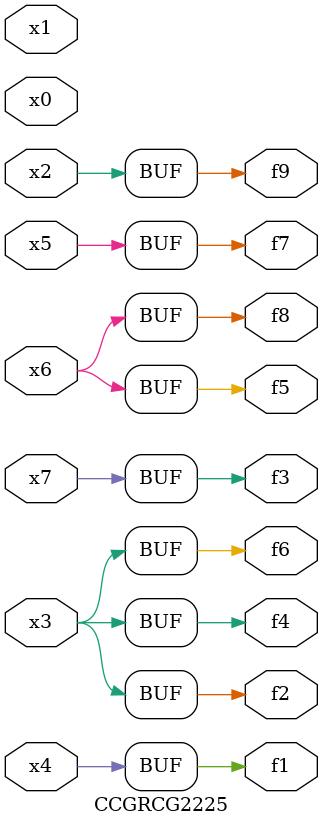
<source format=v>
module CCGRCG2225(
	input x0, x1, x2, x3, x4, x5, x6, x7,
	output f1, f2, f3, f4, f5, f6, f7, f8, f9
);
	assign f1 = x4;
	assign f2 = x3;
	assign f3 = x7;
	assign f4 = x3;
	assign f5 = x6;
	assign f6 = x3;
	assign f7 = x5;
	assign f8 = x6;
	assign f9 = x2;
endmodule

</source>
